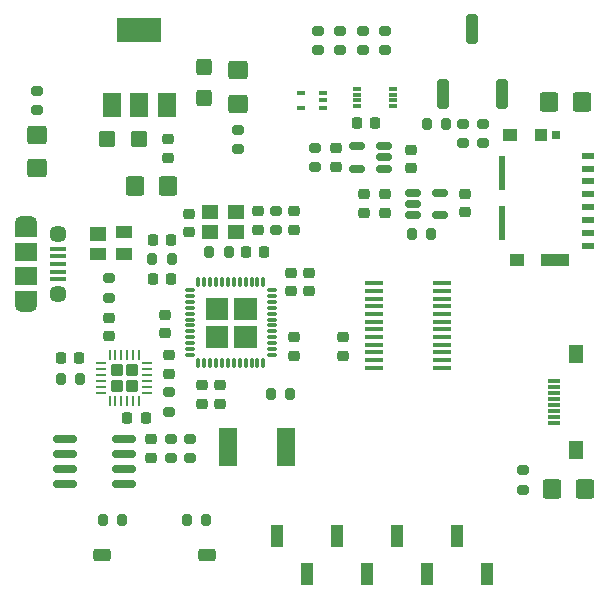
<source format=gtp>
%TF.GenerationSoftware,KiCad,Pcbnew,6.0.0*%
%TF.CreationDate,2022-01-02T17:56:42-06:00*%
%TF.ProjectId,sd-card-mux,73642d63-6172-4642-9d6d-75782e6b6963,rev?*%
%TF.SameCoordinates,Original*%
%TF.FileFunction,Paste,Top*%
%TF.FilePolarity,Positive*%
%FSLAX46Y46*%
G04 Gerber Fmt 4.6, Leading zero omitted, Abs format (unit mm)*
G04 Created by KiCad (PCBNEW 6.0.0) date 2022-01-02 17:56:42*
%MOMM*%
%LPD*%
G01*
G04 APERTURE LIST*
G04 Aperture macros list*
%AMRoundRect*
0 Rectangle with rounded corners*
0 $1 Rounding radius*
0 $2 $3 $4 $5 $6 $7 $8 $9 X,Y pos of 4 corners*
0 Add a 4 corners polygon primitive as box body*
4,1,4,$2,$3,$4,$5,$6,$7,$8,$9,$2,$3,0*
0 Add four circle primitives for the rounded corners*
1,1,$1+$1,$2,$3*
1,1,$1+$1,$4,$5*
1,1,$1+$1,$6,$7*
1,1,$1+$1,$8,$9*
0 Add four rect primitives between the rounded corners*
20,1,$1+$1,$2,$3,$4,$5,0*
20,1,$1+$1,$4,$5,$6,$7,0*
20,1,$1+$1,$6,$7,$8,$9,0*
20,1,$1+$1,$8,$9,$2,$3,0*%
G04 Aperture macros list end*
%ADD10C,0.120000*%
%ADD11R,1.400000X1.200000*%
%ADD12R,1.400000X1.000000*%
%ADD13RoundRect,0.250000X-0.275000X0.275000X-0.275000X-0.275000X0.275000X-0.275000X0.275000X0.275000X0*%
%ADD14RoundRect,0.062500X-0.062500X0.350000X-0.062500X-0.350000X0.062500X-0.350000X0.062500X0.350000X0*%
%ADD15RoundRect,0.062500X-0.350000X0.062500X-0.350000X-0.062500X0.350000X-0.062500X0.350000X0.062500X0*%
%ADD16RoundRect,0.225000X-0.250000X0.225000X-0.250000X-0.225000X0.250000X-0.225000X0.250000X0.225000X0*%
%ADD17RoundRect,0.200000X-0.200000X-0.275000X0.200000X-0.275000X0.200000X0.275000X-0.200000X0.275000X0*%
%ADD18R,1.000000X1.900000*%
%ADD19RoundRect,0.200000X-0.275000X0.200000X-0.275000X-0.200000X0.275000X-0.200000X0.275000X0.200000X0*%
%ADD20RoundRect,0.150000X0.512500X0.150000X-0.512500X0.150000X-0.512500X-0.150000X0.512500X-0.150000X0*%
%ADD21RoundRect,0.218750X0.256250X-0.218750X0.256250X0.218750X-0.256250X0.218750X-0.256250X-0.218750X0*%
%ADD22R,1.600000X3.300000*%
%ADD23RoundRect,0.250000X0.550000X0.575000X-0.550000X0.575000X-0.550000X-0.575000X0.550000X-0.575000X0*%
%ADD24R,1.500000X2.000000*%
%ADD25R,3.800000X2.000000*%
%ADD26RoundRect,0.250000X-0.550000X-0.575000X0.550000X-0.575000X0.550000X0.575000X-0.550000X0.575000X0*%
%ADD27RoundRect,0.225000X0.250000X-0.225000X0.250000X0.225000X-0.250000X0.225000X-0.250000X-0.225000X0*%
%ADD28RoundRect,0.250000X-0.575000X0.550000X-0.575000X-0.550000X0.575000X-0.550000X0.575000X0.550000X0*%
%ADD29RoundRect,0.200000X0.275000X-0.200000X0.275000X0.200000X-0.275000X0.200000X-0.275000X-0.200000X0*%
%ADD30RoundRect,0.075000X-0.350000X0.075000X-0.350000X-0.075000X0.350000X-0.075000X0.350000X0.075000X0*%
%ADD31RoundRect,0.075000X0.075000X0.350000X-0.075000X0.350000X-0.075000X-0.350000X0.075000X-0.350000X0*%
%ADD32RoundRect,0.075000X-0.075000X-0.350000X0.075000X-0.350000X0.075000X0.350000X-0.075000X0.350000X0*%
%ADD33RoundRect,0.250000X0.450000X0.425000X-0.450000X0.425000X-0.450000X-0.425000X0.450000X-0.425000X0*%
%ADD34R,1.000000X0.300000*%
%ADD35R,1.300000X1.650000*%
%ADD36RoundRect,0.250000X-0.250000X-1.000000X0.250000X-1.000000X0.250000X1.000000X-0.250000X1.000000X0*%
%ADD37R,1.350000X0.400000*%
%ADD38R,1.900000X1.500000*%
%ADD39C,1.450000*%
%ADD40O,1.900000X1.200000*%
%ADD41R,1.900000X1.200000*%
%ADD42RoundRect,0.150000X-0.825000X-0.150000X0.825000X-0.150000X0.825000X0.150000X-0.825000X0.150000X0*%
%ADD43RoundRect,0.225000X-0.225000X-0.250000X0.225000X-0.250000X0.225000X0.250000X-0.225000X0.250000X0*%
%ADD44RoundRect,0.200000X0.200000X0.275000X-0.200000X0.275000X-0.200000X-0.275000X0.200000X-0.275000X0*%
%ADD45R,1.000000X0.500000*%
%ADD46R,0.780000X0.720000*%
%ADD47R,1.080000X1.050000*%
%ADD48R,1.200000X1.050000*%
%ADD49R,2.390000X1.050000*%
%ADD50R,0.550000X2.910000*%
%ADD51R,0.650000X0.400000*%
%ADD52R,1.500000X0.450000*%
%ADD53RoundRect,0.225000X0.225000X0.250000X-0.225000X0.250000X-0.225000X-0.250000X0.225000X-0.250000X0*%
%ADD54RoundRect,0.150000X-0.512500X-0.150000X0.512500X-0.150000X0.512500X0.150000X-0.512500X0.150000X0*%
%ADD55RoundRect,0.250000X0.425000X-0.450000X0.425000X0.450000X-0.425000X0.450000X-0.425000X-0.450000X0*%
%ADD56RoundRect,0.250000X0.575000X-0.550000X0.575000X0.550000X-0.575000X0.550000X-0.575000X-0.550000X0*%
%ADD57RoundRect,0.275000X-0.475000X0.275000X-0.475000X-0.275000X0.475000X-0.275000X0.475000X0.275000X0*%
%ADD58R,0.800000X0.300000*%
G04 APERTURE END LIST*
D10*
%TO.C,U2*%
X138743000Y-97328000D02*
X140543000Y-97328000D01*
X140543000Y-97328000D02*
X140543000Y-99128000D01*
X140543000Y-99128000D02*
X138743000Y-99128000D01*
X138743000Y-99128000D02*
X138743000Y-97328000D01*
G36*
X138743000Y-97328000D02*
G01*
X140543000Y-97328000D01*
X140543000Y-99128000D01*
X138743000Y-99128000D01*
X138743000Y-97328000D01*
G37*
X138743000Y-94928000D02*
X140543000Y-94928000D01*
X140543000Y-94928000D02*
X140543000Y-96728000D01*
X140543000Y-96728000D02*
X138743000Y-96728000D01*
X138743000Y-96728000D02*
X138743000Y-94928000D01*
G36*
X138743000Y-94928000D02*
G01*
X140543000Y-94928000D01*
X140543000Y-96728000D01*
X138743000Y-96728000D01*
X138743000Y-94928000D01*
G37*
X141143000Y-97328000D02*
X142943000Y-97328000D01*
X142943000Y-97328000D02*
X142943000Y-99128000D01*
X142943000Y-99128000D02*
X141143000Y-99128000D01*
X141143000Y-99128000D02*
X141143000Y-97328000D01*
G36*
X141143000Y-97328000D02*
G01*
X142943000Y-97328000D01*
X142943000Y-99128000D01*
X141143000Y-99128000D01*
X141143000Y-97328000D01*
G37*
X141143000Y-94928000D02*
X142943000Y-94928000D01*
X142943000Y-94928000D02*
X142943000Y-96728000D01*
X142943000Y-96728000D02*
X141143000Y-96728000D01*
X141143000Y-96728000D02*
X141143000Y-94928000D01*
G36*
X141143000Y-94928000D02*
G01*
X142943000Y-94928000D01*
X142943000Y-96728000D01*
X141143000Y-96728000D01*
X141143000Y-94928000D01*
G37*
%TD*%
D11*
%TO.C,D1*%
X129583000Y-89527000D03*
D12*
X129583000Y-91247000D03*
X131783000Y-91247000D03*
X131783000Y-89347000D03*
%TD*%
D13*
%TO.C,U4*%
X132476000Y-102377000D03*
X131176000Y-101077000D03*
X132476000Y-101077000D03*
X131176000Y-102377000D03*
D14*
X133076000Y-99789500D03*
X132576000Y-99789500D03*
X132076000Y-99789500D03*
X131576000Y-99789500D03*
X131076000Y-99789500D03*
X130576000Y-99789500D03*
D15*
X129888500Y-100477000D03*
X129888500Y-100977000D03*
X129888500Y-101477000D03*
X129888500Y-101977000D03*
X129888500Y-102477000D03*
X129888500Y-102977000D03*
D14*
X130576000Y-103664500D03*
X131076000Y-103664500D03*
X131576000Y-103664500D03*
X132076000Y-103664500D03*
X132576000Y-103664500D03*
X133076000Y-103664500D03*
D15*
X133763500Y-102977000D03*
X133763500Y-102477000D03*
X133763500Y-101977000D03*
X133763500Y-101477000D03*
X133763500Y-100977000D03*
X133763500Y-100477000D03*
%TD*%
D16*
%TO.C,C4*%
X137287000Y-87843000D03*
X137287000Y-89393000D03*
%TD*%
D17*
%TO.C,R10*%
X126429000Y-101854000D03*
X128079000Y-101854000D03*
%TD*%
D18*
%TO.C,J2*%
X144780000Y-115064000D03*
X147320000Y-118364000D03*
X149860000Y-115064000D03*
X152400000Y-118364000D03*
X154940000Y-115064000D03*
X157480000Y-118364000D03*
X160020000Y-115064000D03*
X162560000Y-118364000D03*
%TD*%
D19*
%TO.C,R16*%
X124460000Y-77407000D03*
X124460000Y-79057000D03*
%TD*%
D20*
%TO.C,U8*%
X153791500Y-84008000D03*
X153791500Y-83058000D03*
X153791500Y-82108000D03*
X151516500Y-82108000D03*
X151516500Y-84008000D03*
%TD*%
D21*
%TO.C,FB1*%
X135509000Y-83083500D03*
X135509000Y-81508500D03*
%TD*%
D22*
%TO.C,TP5*%
X145542000Y-107569000D03*
%TD*%
D23*
%TO.C,F1*%
X135537000Y-85471000D03*
X132687000Y-85471000D03*
%TD*%
D24*
%TO.C,U3*%
X130796000Y-78588000D03*
D25*
X133096000Y-72288000D03*
D24*
X133096000Y-78588000D03*
X135396000Y-78588000D03*
%TD*%
D26*
%TO.C,D4*%
X167993000Y-111125000D03*
X170843000Y-111125000D03*
%TD*%
D27*
%TO.C,C14*%
X130556000Y-98171000D03*
X130556000Y-96621000D03*
%TD*%
D28*
%TO.C,D5*%
X124460000Y-81125000D03*
X124460000Y-83975000D03*
%TD*%
D16*
%TO.C,C20*%
X153920000Y-86175000D03*
X153920000Y-87725000D03*
%TD*%
D19*
%TO.C,R2*%
X137414000Y-106871000D03*
X137414000Y-108521000D03*
%TD*%
D27*
%TO.C,C21*%
X152146000Y-87725000D03*
X152146000Y-86175000D03*
%TD*%
D21*
%TO.C,FB2*%
X145923000Y-94386500D03*
X145923000Y-92811500D03*
%TD*%
D29*
%TO.C,R19*%
X160528000Y-81851000D03*
X160528000Y-80201000D03*
%TD*%
D26*
%TO.C,D3*%
X167739000Y-78359000D03*
X170589000Y-78359000D03*
%TD*%
D16*
%TO.C,C8*%
X143129000Y-87617000D03*
X143129000Y-89167000D03*
%TD*%
D30*
%TO.C,U2*%
X137393000Y-94278000D03*
X137393000Y-94778000D03*
X137393000Y-95278000D03*
X137393000Y-95778000D03*
X137393000Y-96278000D03*
X137393000Y-96778000D03*
X137393000Y-97278000D03*
X137393000Y-97778000D03*
X137393000Y-98278000D03*
X137393000Y-98778000D03*
X137393000Y-99278000D03*
X137393000Y-99778000D03*
D31*
X138093000Y-100478000D03*
X138593000Y-100478000D03*
X139093000Y-100478000D03*
X139593000Y-100478000D03*
X140093000Y-100478000D03*
X140593000Y-100478000D03*
X141093000Y-100478000D03*
X141593000Y-100478000D03*
X142093000Y-100478000D03*
X142593000Y-100478000D03*
X143093000Y-100478000D03*
X143593000Y-100478000D03*
D30*
X144293000Y-99778000D03*
X144293000Y-99278000D03*
X144293000Y-98778000D03*
X144293000Y-98278000D03*
X144293000Y-97778000D03*
X144293000Y-97278000D03*
X144293000Y-96778000D03*
X144293000Y-96278000D03*
X144293000Y-95778000D03*
X144293000Y-95278000D03*
X144293000Y-94778000D03*
X144293000Y-94278000D03*
D32*
X143593000Y-93578000D03*
X143093000Y-93578000D03*
X142593000Y-93578000D03*
X142093000Y-93578000D03*
X141593000Y-93578000D03*
X141093000Y-93578000D03*
X140593000Y-93578000D03*
X140093000Y-93578000D03*
X139593000Y-93578000D03*
X139093000Y-93578000D03*
X138593000Y-93578000D03*
X138093000Y-93578000D03*
%TD*%
D19*
%TO.C,R22*%
X150114000Y-72327000D03*
X150114000Y-73977000D03*
%TD*%
D22*
%TO.C,TP4*%
X140589000Y-107569000D03*
%TD*%
D17*
%TO.C,R9*%
X144209000Y-103124000D03*
X145859000Y-103124000D03*
%TD*%
D33*
%TO.C,C10*%
X133049000Y-81534000D03*
X130349000Y-81534000D03*
%TD*%
D19*
%TO.C,R12*%
X152019000Y-72327000D03*
X152019000Y-73977000D03*
%TD*%
D34*
%TO.C,J3*%
X168200995Y-105509000D03*
X168200995Y-105009000D03*
X168200995Y-104509000D03*
X168200995Y-104009000D03*
X168200995Y-103509000D03*
X168200995Y-103009000D03*
X168200995Y-102509000D03*
X168200995Y-102009000D03*
D35*
X170100995Y-107784000D03*
X170100995Y-99734000D03*
%TD*%
D36*
%TO.C,SW1*%
X158790000Y-77680000D03*
X161290000Y-72180000D03*
X163790000Y-77680000D03*
%TD*%
D17*
%TO.C,R13*%
X156147000Y-89535000D03*
X157797000Y-89535000D03*
%TD*%
D16*
%TO.C,C25*%
X135255000Y-96380000D03*
X135255000Y-97930000D03*
%TD*%
D17*
%TO.C,R21*%
X137097000Y-113792000D03*
X138747000Y-113792000D03*
%TD*%
D27*
%TO.C,C22*%
X146177000Y-99835000D03*
X146177000Y-98285000D03*
%TD*%
D37*
%TO.C,J1*%
X126176500Y-90775000D03*
X126176500Y-91425000D03*
X126176500Y-92075000D03*
X126176500Y-92725000D03*
X126176500Y-93375000D03*
D38*
X123476500Y-91075000D03*
D39*
X126176500Y-94575000D03*
X126176500Y-89575000D03*
D40*
X123476500Y-95575000D03*
D41*
X123476500Y-89175000D03*
D40*
X123476500Y-88575000D03*
D41*
X123476500Y-94975000D03*
D38*
X123476500Y-93075000D03*
%TD*%
D42*
%TO.C,U1*%
X126811000Y-106934000D03*
X126811000Y-108204000D03*
X126811000Y-109474000D03*
X126811000Y-110744000D03*
X131761000Y-110744000D03*
X131761000Y-109474000D03*
X131761000Y-108204000D03*
X131761000Y-106934000D03*
%TD*%
D43*
%TO.C,C15*%
X132067000Y-105156000D03*
X133617000Y-105156000D03*
%TD*%
%TO.C,C5*%
X142100000Y-91059000D03*
X143650000Y-91059000D03*
%TD*%
D44*
%TO.C,R5*%
X135826000Y-91694000D03*
X134176000Y-91694000D03*
%TD*%
D43*
%TO.C,C23*%
X151498000Y-80137000D03*
X153048000Y-80137000D03*
%TD*%
D19*
%TO.C,R23*%
X148209000Y-72327000D03*
X148209000Y-73977000D03*
%TD*%
D45*
%TO.C,J4*%
X171069000Y-82891000D03*
X171069000Y-83991000D03*
X171069000Y-85091000D03*
X171069000Y-86191000D03*
X171069000Y-87291000D03*
X171069000Y-88391000D03*
X171069000Y-89491000D03*
X171069000Y-90591000D03*
D46*
X168389000Y-81131000D03*
D47*
X167119000Y-81131000D03*
D48*
X164509000Y-81131000D03*
D49*
X168264000Y-91766000D03*
D48*
X165079000Y-91766000D03*
D50*
X163834000Y-88586000D03*
X163834000Y-84396000D03*
%TD*%
D51*
%TO.C,U9*%
X148651000Y-78882000D03*
X148651000Y-78232000D03*
X148651000Y-77582000D03*
X146751000Y-77582000D03*
X146751000Y-78882000D03*
%TD*%
D11*
%TO.C,Y1*%
X139108000Y-89369000D03*
X141308000Y-89369000D03*
X141308000Y-87669000D03*
X139108000Y-87669000D03*
%TD*%
D17*
%TO.C,R18*%
X157417000Y-80264000D03*
X159067000Y-80264000D03*
%TD*%
D16*
%TO.C,C12*%
X138430000Y-102349000D03*
X138430000Y-103899000D03*
%TD*%
D29*
%TO.C,R1*%
X130556000Y-94932000D03*
X130556000Y-93282000D03*
%TD*%
D52*
%TO.C,U6*%
X152929000Y-93707000D03*
X152929000Y-94357000D03*
X152929000Y-95007000D03*
X152929000Y-95657000D03*
X152929000Y-96307000D03*
X152929000Y-96957000D03*
X152929000Y-97607000D03*
X152929000Y-98257000D03*
X152929000Y-98907000D03*
X152929000Y-99557000D03*
X152929000Y-100207000D03*
X152929000Y-100857000D03*
X158729000Y-100857000D03*
X158729000Y-100207000D03*
X158729000Y-99557000D03*
X158729000Y-98907000D03*
X158729000Y-98257000D03*
X158729000Y-97607000D03*
X158729000Y-96957000D03*
X158729000Y-96307000D03*
X158729000Y-95657000D03*
X158729000Y-95007000D03*
X158729000Y-94357000D03*
X158729000Y-93707000D03*
%TD*%
D17*
%TO.C,R17*%
X139002000Y-91059000D03*
X140652000Y-91059000D03*
%TD*%
D19*
%TO.C,R7*%
X162179000Y-80201000D03*
X162179000Y-81851000D03*
%TD*%
D53*
%TO.C,C2*%
X135763000Y-93345000D03*
X134213000Y-93345000D03*
%TD*%
D19*
%TO.C,R4*%
X135763000Y-106871000D03*
X135763000Y-108521000D03*
%TD*%
%TO.C,R8*%
X135636000Y-102934000D03*
X135636000Y-104584000D03*
%TD*%
D29*
%TO.C,R15*%
X165608000Y-111188000D03*
X165608000Y-109538000D03*
%TD*%
D44*
%TO.C,R20*%
X131635000Y-113792000D03*
X129985000Y-113792000D03*
%TD*%
D16*
%TO.C,C3*%
X139954000Y-102349000D03*
X139954000Y-103899000D03*
%TD*%
D19*
%TO.C,R14*%
X147955000Y-82233000D03*
X147955000Y-83883000D03*
%TD*%
D54*
%TO.C,U7*%
X156244500Y-86045000D03*
X156244500Y-86995000D03*
X156244500Y-87945000D03*
X158519500Y-87945000D03*
X158519500Y-86045000D03*
%TD*%
D55*
%TO.C,C9*%
X138557000Y-78058000D03*
X138557000Y-75358000D03*
%TD*%
D56*
%TO.C,D2*%
X141420000Y-78514000D03*
X141420000Y-75664000D03*
%TD*%
D19*
%TO.C,R11*%
X153924000Y-72327000D03*
X153924000Y-73977000D03*
%TD*%
D27*
%TO.C,C18*%
X149733000Y-83833000D03*
X149733000Y-82283000D03*
%TD*%
D53*
%TO.C,C11*%
X135776000Y-90043000D03*
X134226000Y-90043000D03*
%TD*%
D16*
%TO.C,C7*%
X135636000Y-99809000D03*
X135636000Y-101359000D03*
%TD*%
%TO.C,C6*%
X146177000Y-87617000D03*
X146177000Y-89167000D03*
%TD*%
D53*
%TO.C,C13*%
X128016000Y-100076000D03*
X126466000Y-100076000D03*
%TD*%
D27*
%TO.C,C1*%
X134112000Y-108471000D03*
X134112000Y-106921000D03*
%TD*%
%TO.C,C16*%
X150368000Y-99835000D03*
X150368000Y-98285000D03*
%TD*%
D29*
%TO.C,R3*%
X144653000Y-89217000D03*
X144653000Y-87567000D03*
%TD*%
D27*
%TO.C,C19*%
X156120000Y-83960000D03*
X156120000Y-82410000D03*
%TD*%
D19*
%TO.C,R6*%
X141420000Y-80709000D03*
X141420000Y-82359000D03*
%TD*%
D57*
%TO.C,SW2*%
X129916000Y-116713000D03*
X138816000Y-116713000D03*
%TD*%
D27*
%TO.C,C24*%
X147447000Y-94374000D03*
X147447000Y-92824000D03*
%TD*%
D58*
%TO.C,U10*%
X154585000Y-78728000D03*
X154585000Y-78228000D03*
X154585000Y-77728000D03*
X154585000Y-77228000D03*
X151485000Y-77228000D03*
X151485000Y-77728000D03*
X151485000Y-78228000D03*
X151485000Y-78728000D03*
%TD*%
D16*
%TO.C,C17*%
X160684000Y-86155000D03*
X160684000Y-87705000D03*
%TD*%
M02*

</source>
